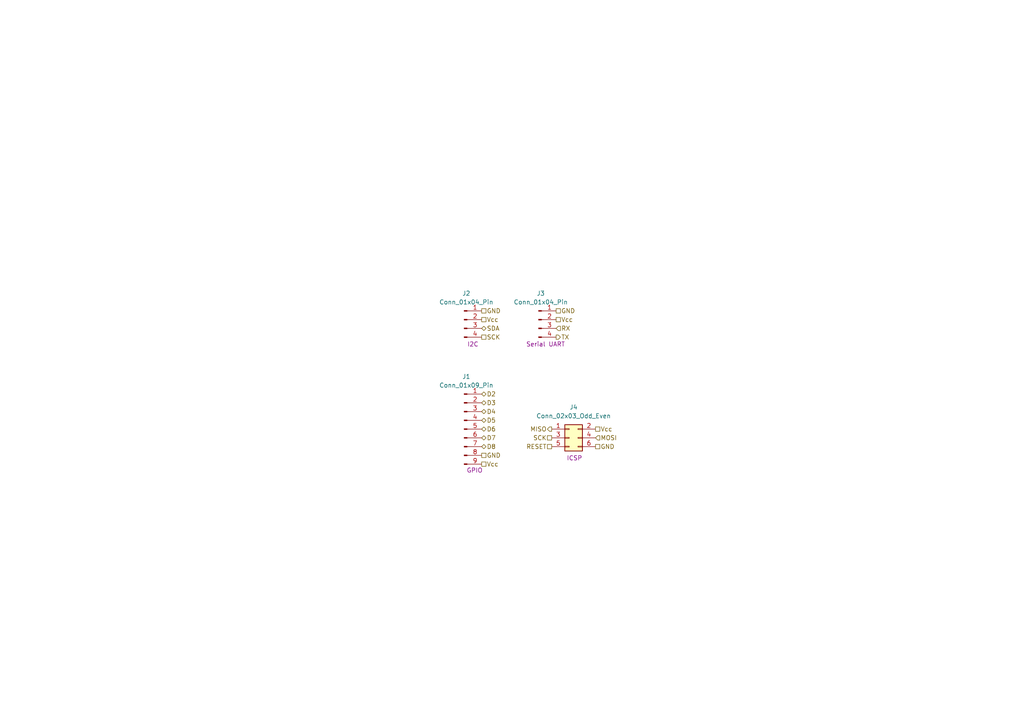
<source format=kicad_sch>
(kicad_sch (version 20250114) (generator "eeschema") (generator_version "9.0")
  (paper "A4")
  (lib_symbols
    (symbol "Connector_Generic:Conn_02x03_Odd_Even" (pin_names (offset 1.016) (hide yes))
      (property "Reference" "J" (at 1.27 5.08 0))
      (property "Value" "Conn_02x03_Odd_Even" (at 1.27 -5.08 0))
      (symbol "Conn_02x03_Odd_Even_1_1"
        (rectangle (start -1.27 3.81) (end 3.81 -3.81) (stroke (width 0.254)) (fill (type background)))
        (rectangle (start -1.27 2.667) (end 0 2.413) (stroke (width 0.1524)))
        (rectangle (start -1.27 0.127) (end 0 -0.127) (stroke (width 0.1524)))
        (rectangle (start -1.27 -2.413) (end 0 -2.667) (stroke (width 0.1524)))
        (rectangle (start 3.81 2.667) (end 2.54 2.413) (stroke (width 0.1524)))
        (rectangle (start 3.81 0.127) (end 2.54 -0.127) (stroke (width 0.1524)))
        (rectangle (start 3.81 -2.413) (end 2.54 -2.667) (stroke (width 0.1524)))
        (pin passive line (at -5.08 2.54 0) (length 3.81) (name "Pin_1") (number "1"))
        (pin passive line (at -5.08 0 0) (length 3.81) (name "Pin_3") (number "3"))
        (pin passive line (at -5.08 -2.54 0) (length 3.81) (name "Pin_5") (number "5"))
        (pin passive line (at 7.62 2.54 180) (length 3.81) (name "Pin_2") (number "2"))
        (pin passive line (at 7.62 0 180) (length 3.81) (name "Pin_4") (number "4"))
        (pin passive line (at 7.62 -2.54 180) (length 3.81) (name "Pin_6") (number "6"))
      )
    )
    (symbol "EG:Conn_01x04_Pin" (pin_names (offset 1.016) (hide yes))
      (property "Reference" "J" (at 0 5.08 0))
      (property "Value" "Conn_01x04_Pin" (at 0 -7.62 0))
      (symbol "Conn_01x04_Pin_1_1"
        (rectangle (start 0.8636 2.667) (end 0 2.413) (stroke (width 0.1524)) (fill (type outline)))
        (rectangle (start 0.8636 0.127) (end 0 -0.127) (stroke (width 0.1524)) (fill (type outline)))
        (rectangle (start 0.8636 -2.413) (end 0 -2.667) (stroke (width 0.1524)) (fill (type outline)))
        (rectangle (start 0.8636 -4.953) (end 0 -5.207) (stroke (width 0.1524)) (fill (type outline)))
        (polyline (pts (xy 1.27 2.54) (xy 0.8636 2.54)) (stroke (width 0.1524)))
        (polyline (pts (xy 1.27 0) (xy 0.8636 0)) (stroke (width 0.1524)))
        (polyline (pts (xy 1.27 -2.54) (xy 0.8636 -2.54)) (stroke (width 0.1524)))
        (polyline (pts (xy 1.27 -5.08) (xy 0.8636 -5.08)) (stroke (width 0.1524)))
        (pin passive line (at 5.08 2.54 180) (length 3.81) (name "Pin_1") (number "1"))
        (pin passive line (at 5.08 0 180) (length 3.81) (name "Pin_2") (number "2"))
        (pin passive line (at 5.08 -2.54 180) (length 3.81) (name "Pin_3") (number "3"))
        (pin passive line (at 5.08 -5.08 180) (length 3.81) (name "Pin_4") (number "4"))
      )
    )
    (symbol "EG:Conn_01x09_Pin" (pin_names (offset 1.016) (hide yes))
      (property "Reference" "J" (at 0 12.7 0))
      (property "Value" "Conn_01x09_Pin" (at 0 -12.7 0))
      (symbol "Conn_01x09_Pin_1_1"
        (rectangle (start 0.8636 10.287) (end 0 10.033) (stroke (width 0.1524)) (fill (type outline)))
        (rectangle (start 0.8636 7.747) (end 0 7.493) (stroke (width 0.1524)) (fill (type outline)))
        (rectangle (start 0.8636 5.207) (end 0 4.953) (stroke (width 0.1524)) (fill (type outline)))
        (rectangle (start 0.8636 2.667) (end 0 2.413) (stroke (width 0.1524)) (fill (type outline)))
        (rectangle (start 0.8636 0.127) (end 0 -0.127) (stroke (width 0.1524)) (fill (type outline)))
        (rectangle (start 0.8636 -2.413) (end 0 -2.667) (stroke (width 0.1524)) (fill (type outline)))
        (rectangle (start 0.8636 -4.953) (end 0 -5.207) (stroke (width 0.1524)) (fill (type outline)))
        (rectangle (start 0.8636 -7.493) (end 0 -7.747) (stroke (width 0.1524)) (fill (type outline)))
        (rectangle (start 0.8636 -10.033) (end 0 -10.287) (stroke (width 0.1524)) (fill (type outline)))
        (polyline (pts (xy 1.27 10.16) (xy 0.8636 10.16)) (stroke (width 0.1524)))
        (polyline (pts (xy 1.27 7.62) (xy 0.8636 7.62)) (stroke (width 0.1524)))
        (polyline (pts (xy 1.27 5.08) (xy 0.8636 5.08)) (stroke (width 0.1524)))
        (polyline (pts (xy 1.27 2.54) (xy 0.8636 2.54)) (stroke (width 0.1524)))
        (polyline (pts (xy 1.27 0) (xy 0.8636 0)) (stroke (width 0.1524)))
        (polyline (pts (xy 1.27 -2.54) (xy 0.8636 -2.54)) (stroke (width 0.1524)))
        (polyline (pts (xy 1.27 -5.08) (xy 0.8636 -5.08)) (stroke (width 0.1524)))
        (polyline (pts (xy 1.27 -7.62) (xy 0.8636 -7.62)) (stroke (width 0.1524)))
        (polyline (pts (xy 1.27 -10.16) (xy 0.8636 -10.16)) (stroke (width 0.1524)))
        (pin passive line (at 5.08 10.16 180) (length 3.81) (name "Pin_1") (number "1"))
        (pin passive line (at 5.08 7.62 180) (length 3.81) (name "Pin_2") (number "2"))
        (pin passive line (at 5.08 5.08 180) (length 3.81) (name "Pin_3") (number "3"))
        (pin passive line (at 5.08 2.54 180) (length 3.81) (name "Pin_4") (number "4"))
        (pin passive line (at 5.08 0 180) (length 3.81) (name "Pin_5") (number "5"))
        (pin passive line (at 5.08 -2.54 180) (length 3.81) (name "Pin_6") (number "6"))
        (pin passive line (at 5.08 -5.08 180) (length 3.81) (name "Pin_7") (number "7"))
        (pin passive line (at 5.08 -7.62 180) (length 3.81) (name "Pin_8") (number "8"))
        (pin passive line (at 5.08 -10.16 180) (length 3.81) (name "Pin_9") (number "9"))
      )
    )
  )
  (hierarchical_label "D7" (shape tri_state) (at 139.7 127 0))
  (hierarchical_label "RX" (shape input) (at 161.29 95.25 0))
  (hierarchical_label "GND" (shape passive) (at 139.7 90.17 0))
  (hierarchical_label "GND" (shape passive) (at 161.29 90.17 0))
  (hierarchical_label "Vcc" (shape passive) (at 139.7 92.71 0))
  (hierarchical_label "GND" (shape passive) (at 172.72 129.54 0))
  (hierarchical_label "D6" (shape tri_state) (at 139.7 124.46 0))
  (hierarchical_label "MISO" (shape output) (at 160.02 124.46 180))
  (hierarchical_label "SCK" (shape passive) (at 160.02 127 180))
  (hierarchical_label "TX" (shape output) (at 161.29 97.79 0))
  (hierarchical_label "D4" (shape tri_state) (at 139.7 119.38 0))
  (hierarchical_label "SDA" (shape tri_state) (at 139.7 95.25 0))
  (hierarchical_label "D5" (shape tri_state) (at 139.7 121.92 0))
  (hierarchical_label "Vcc" (shape passive) (at 172.72 124.46 0))
  (hierarchical_label "RESET" (shape passive) (at 160.02 129.54 180))
  (hierarchical_label "D2" (shape tri_state) (at 139.7 114.3 0))
  (hierarchical_label "D8" (shape tri_state) (at 139.7 129.54 0))
  (hierarchical_label "GND" (shape passive) (at 139.7 132.08 0))
  (hierarchical_label "SCK" (shape passive) (at 139.7 97.79 0))
  (hierarchical_label "Vcc" (shape passive) (at 161.29 92.71 0))
  (hierarchical_label "Vcc" (shape passive) (at 139.7 134.62 0))
  (hierarchical_label "MOSI" (shape input) (at 172.72 127 0))
  (hierarchical_label "D3" (shape tri_state) (at 139.7 116.84 0))
  (symbol (lib_id "Connector_Generic:Conn_02x03_Odd_Even") (at 165.1 127 0) (unit 1)
    (property "Reference" "J4" (at 166.37 118.11 0))
    (property "Value" "Conn_02x03_Odd_Even" (at 166.37 120.65 0))
    (property "Description" "Generic connector, double row, 02x03, odd/even pin numbering scheme (row 1 odd numbers, row 2 even numbers), script generated (kicad-library-utils/schlib/autogen/connector/)" (effects (hide yes)))
    (property "Purpose" "ICSP" (at 166.624 132.842 0))
  )
  (symbol (lib_id "EG:Conn_01x04_Pin") (at 134.62 92.71 0) (unit 1)
    (property "Reference" "J2" (at 135.255 85.09 0))
    (property "Value" "Conn_01x04_Pin" (at 135.255 87.63 0))
    (property "Description" "Generic connector, single row, 01x04, script generated" (effects (hide yes)))
    (property "Purpose" "I2C" (at 137.16 99.822 0))
  )
  (symbol (lib_id "EG:Conn_01x04_Pin") (at 156.21 92.71 0) (unit 1)
    (property "Reference" "J3" (at 156.845 85.09 0))
    (property "Value" "Conn_01x04_Pin" (at 156.845 87.63 0))
    (property "Description" "Generic connector, single row, 01x04, script generated" (effects (hide yes)))
    (property "Purpose" "Serial UART" (at 158.242 99.822 0))
  )
  (symbol (lib_id "EG:Conn_01x09_Pin") (at 134.62 124.46 0) (unit 1)
    (property "Reference" "J1" (at 135.255 109.22 0))
    (property "Value" "Conn_01x09_Pin" (at 135.255 111.76 0))
    (property "Description" "Generic connector, single row, 01x09, script generated" (effects (hide yes)))
    (property "Purpose" "GPIO" (at 137.668 136.398 0))
  )
)
</source>
